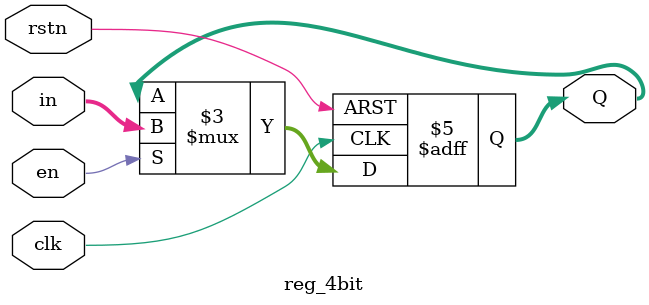
<source format=v>


module reg_4bit(input rstn, clk, en,
input [3:0] in,
output reg [3:0]Q);

always @(posedge clk or negedge rstn) begin
if(!rstn)
Q <= 4'b0000;
else if (en)
Q <= in;
//else hold previous value (do nothing)
end

endmodule

</source>
